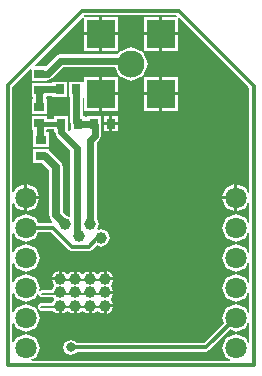
<source format=gbl>
%FSAX44Y44*%
%MOMM*%
G71*
G01*
G75*
G04 Layer_Physical_Order=2*
G04 Layer_Color=16711680*
%ADD10R,0.8000X0.9000*%
%ADD11R,0.9000X0.8000*%
%ADD12R,1.2000X2.0000*%
%ADD13O,0.4500X1.5000*%
%ADD14R,0.4500X1.5000*%
%ADD15R,1.8000X1.3000*%
%ADD16C,0.2000*%
%ADD17C,0.3000*%
%ADD18C,0.4000*%
%ADD19C,0.7000*%
%ADD20C,0.5000*%
%ADD21R,2.4130X3.6830*%
%ADD22C,2.3000*%
%ADD23R,2.4400X2.4400*%
%ADD24R,2.4400X2.4400*%
%ADD25C,1.0000*%
%ADD26C,1.8000*%
%ADD27C,0.8000*%
%ADD28C,0.6000*%
G36*
X00038871Y00295156D02*
X00038789Y00294957D01*
D01*
X00038753Y00294870D01*
X00026670D01*
Y00281940D01*
X00039600D01*
Y00294023D01*
X00039687Y00294059D01*
D01*
X00040773Y00294509D01*
X00100212Y00235071D01*
Y00234670D01*
Y00174130D01*
X00100212Y00174130D01*
X00100212Y00174130D01*
Y00146245D01*
X00098966Y00145997D01*
X00097159Y00150359D01*
X00090010Y00153320D01*
Y00141938D01*
Y00130560D01*
X00097159Y00133521D01*
X00098966Y00137883D01*
X00100212Y00137635D01*
Y00120845D01*
X00098966Y00120597D01*
X00097159Y00124959D01*
X00088740Y00128446D01*
X00080321Y00124959D01*
X00076834Y00116540D01*
X00080321Y00108121D01*
X00088740Y00104634D01*
X00097159Y00108121D01*
X00098966Y00112483D01*
X00100212Y00112235D01*
Y00095445D01*
X00098966Y00095197D01*
X00097159Y00099559D01*
X00088740Y00103046D01*
X00080321Y00099559D01*
X00076834Y00091140D01*
X00080321Y00082721D01*
X00088740Y00079234D01*
X00097159Y00082721D01*
X00098966Y00087083D01*
X00100212Y00086835D01*
Y00070045D01*
X00098966Y00069797D01*
X00097159Y00074159D01*
X00088740Y00077646D01*
X00080321Y00074159D01*
X00076834Y00065740D01*
X00080321Y00057321D01*
X00088740Y00053834D01*
X00097159Y00057321D01*
X00098966Y00061683D01*
X00100212Y00061435D01*
Y00044645D01*
X00098966Y00044397D01*
X00097159Y00048759D01*
X00088740Y00052246D01*
X00080321Y00048759D01*
X00076834Y00040340D01*
X00078752Y00035709D01*
X00062071Y00019028D01*
X-00045875D01*
X-00046208Y00019832D01*
X-00050800Y00021734D01*
X-00055392Y00019832D01*
X-00057294Y00015240D01*
X-00055392Y00010648D01*
X-00050800Y00008746D01*
X-00046208Y00010648D01*
X-00045875Y00011452D01*
X00063640D01*
X00063640Y00011452D01*
X00066319Y00012561D01*
X00084110Y00030352D01*
X00088740Y00028434D01*
X00097159Y00031921D01*
X00098966Y00036283D01*
X00100212Y00036035D01*
Y00019269D01*
X00098966Y00019021D01*
X00097159Y00023383D01*
X00088740Y00026870D01*
X00080321Y00023383D01*
X00076834Y00014964D01*
X00080321Y00006545D01*
X00083969Y00005034D01*
X00083721Y00003788D01*
X-00083983D01*
X-00084231Y00005034D01*
X-00080641Y00006521D01*
X-00077154Y00014940D01*
X-00080641Y00023359D01*
X-00089060Y00026846D01*
X-00097479Y00023359D01*
X-00098966Y00019769D01*
X-00100212Y00020016D01*
Y00035304D01*
X-00098966Y00035552D01*
X-00097462Y00031921D01*
X-00089043Y00028434D01*
X-00080624Y00031921D01*
X-00077137Y00040340D01*
X-00080624Y00048759D01*
X-00089043Y00052246D01*
X-00097462Y00048759D01*
X-00098966Y00045128D01*
X-00100212Y00045376D01*
Y00060664D01*
X-00098966Y00060911D01*
X-00097479Y00057321D01*
X-00089060Y00053834D01*
X-00080641Y00057321D01*
X-00079537Y00059985D01*
X-00078267D01*
X-00077596Y00058364D01*
X-00075300Y00057413D01*
X-00065668D01*
X-00065208Y00056302D01*
D01*
Y00056302D01*
Y00056302D01*
D01*
X-00065208Y00055588D01*
X-00065208D01*
X-00066496Y00052477D01*
X-00075770D01*
X-00078066Y00051526D01*
X-00079017Y00049230D01*
X-00078066Y00046934D01*
X-00075770Y00045983D01*
X-00065668D01*
X-00065208Y00044872D01*
X-00061120Y00043179D01*
Y00050233D01*
X-00058580D01*
Y00043179D01*
X-00054492Y00044872D01*
X-00054135Y00045735D01*
X-00052865D01*
X-00052508Y00044872D01*
X-00048420Y00043179D01*
Y00050233D01*
X-00045880D01*
Y00043179D01*
X-00041792Y00044872D01*
X-00041435Y00045735D01*
X-00040165D01*
X-00039808Y00044872D01*
X-00035720Y00043179D01*
Y00050233D01*
X-00033180D01*
Y00043179D01*
X-00029092Y00044872D01*
X-00028735Y00045735D01*
X-00027465D01*
X-00027108Y00044872D01*
X-00023020Y00043179D01*
Y00050233D01*
X-00021753D01*
Y00051500D01*
X-00014699D01*
X-00016392Y00055588D01*
X-00016395Y00055589D01*
Y00056392D01*
D01*
X-00014702Y00060480D01*
X-00021755D01*
Y00063020D01*
X-00014702D01*
X-00016395Y00067108D01*
D01*
X-00016395Y00067108D01*
Y00067108D01*
X-00014181Y00073077D01*
X-00014701Y00071820D01*
X-00021755D01*
Y00073088D01*
X-00023022D01*
Y00080141D01*
X-00027110Y00078447D01*
X-00027466Y00077588D01*
X-00028736D01*
X-00029092Y00078447D01*
X-00033180Y00080141D01*
Y00073088D01*
X-00035720D01*
Y00080141D01*
X-00039808Y00078447D01*
X-00040165Y00077585D01*
X-00041435D01*
X-00041792Y00078447D01*
X-00045880Y00080141D01*
Y00073088D01*
X-00048420D01*
Y00080141D01*
X-00052508Y00078447D01*
X-00052865Y00077585D01*
X-00054135D01*
X-00054492Y00078447D01*
X-00058580Y00080141D01*
Y00073088D01*
X-00059847D01*
Y00071820D01*
X-00066901D01*
X-00065208Y00067733D01*
D01*
Y00067733D01*
Y00067733D01*
D01*
X-00065208Y00067017D01*
X-00065208D01*
X-00066496Y00063907D01*
X-00075300D01*
X-00076921Y00063236D01*
X-00077819Y00064134D01*
X-00077154Y00065740D01*
X-00080641Y00074159D01*
X-00089060Y00077646D01*
X-00097479Y00074159D01*
X-00098966Y00070569D01*
X-00100212Y00070816D01*
Y00086064D01*
X-00098966Y00086312D01*
X-00097479Y00082721D01*
X-00089060Y00079234D01*
X-00080641Y00082721D01*
X-00077154Y00091140D01*
X-00080641Y00099559D01*
X-00089060Y00103046D01*
X-00097479Y00099559D01*
X-00098966Y00095969D01*
X-00100212Y00096216D01*
Y00111464D01*
X-00098966Y00111712D01*
X-00097479Y00108121D01*
X-00089060Y00104634D01*
X-00080641Y00108121D01*
X-00078723Y00112752D01*
X-00067309D01*
X-00052209Y00097651D01*
X-00052209Y00097651D01*
X-00049530Y00096542D01*
X-00035560D01*
X-00035560Y00096542D01*
X-00032881Y00097651D01*
X-00028765Y00101767D01*
X-00025400Y00100373D01*
X-00020043Y00102592D01*
X-00017823Y00107950D01*
X-00018343Y00109204D01*
Y00110030D01*
X-00019294Y00112326D01*
X-00019707Y00112497D01*
X-00020043Y00113308D01*
X-00025400Y00115527D01*
X-00027379Y00114707D01*
X-00028277Y00115605D01*
X-00026713Y00119380D01*
X-00028932Y00124738D01*
X-00029038Y00124781D01*
Y00188098D01*
X-00026653Y00190483D01*
X-00026653Y00190483D01*
X-00025861Y00192397D01*
X-00025068Y00194310D01*
X-00025068Y00194310D01*
Y00203820D01*
X-00025130Y00203970D01*
Y00210970D01*
X-00037130D01*
Y00209882D01*
X-00039070D01*
Y00210970D01*
X-00040928D01*
Y00225951D01*
X-00039755Y00226437D01*
X-00039600Y00226282D01*
Y00215670D01*
X-00026670D01*
Y00229867D01*
Y00244070D01*
X-00039600D01*
Y00240920D01*
X-00040340Y00240180D01*
X-00040498Y00240180D01*
X-00040498Y00240180D01*
Y00240180D01*
X-00052340D01*
Y00227180D01*
X-00051752D01*
Y00205740D01*
X-00051752Y00205740D01*
X-00051070Y00204094D01*
Y00198813D01*
X-00052243Y00198327D01*
X-00053070Y00199154D01*
Y00210970D01*
X-00065070D01*
Y00208800D01*
X-00070970D01*
Y00211090D01*
X-00083970D01*
Y00199090D01*
X-00082582D01*
Y00197150D01*
X-00082700D01*
Y00185150D01*
X-00069700D01*
Y00197150D01*
X-00071758D01*
Y00199090D01*
X-00070970D01*
Y00200140D01*
X-00065070D01*
Y00197970D01*
X-00064952D01*
X-00064482Y00197500D01*
D01*
X-00064482D01*
Y00197500D01*
D01*
X-00064482D01*
X-00062897Y00193673D01*
X-00051132Y00181908D01*
Y00126133D01*
X-00052188Y00125427D01*
X-00054442Y00126361D01*
X-00057547Y00129466D01*
Y00167640D01*
X-00057547Y00167640D01*
X-00059290Y00171849D01*
X-00067720Y00180280D01*
X-00069700Y00181099D01*
Y00183150D01*
X-00082700D01*
Y00171150D01*
X-00075429D01*
X-00069453Y00165174D01*
Y00127000D01*
X-00067709Y00122790D01*
X-00066421Y00121502D01*
X-00066907Y00120328D01*
X-00078723D01*
X-00080641Y00124959D01*
X-00089060Y00128446D01*
X-00097479Y00124959D01*
X-00098966Y00121369D01*
X-00100212Y00121616D01*
Y00136864D01*
X-00098966Y00137112D01*
X-00097479Y00133521D01*
X-00090330Y00130560D01*
Y00141938D01*
Y00153320D01*
X-00097479Y00150359D01*
X-00098966Y00146769D01*
X-00100212Y00147016D01*
Y00235431D01*
X-00085143Y00250499D01*
X-00083970Y00250013D01*
Y00241030D01*
X-00070970D01*
Y00241118D01*
X-00070470Y00241618D01*
D01*
Y00241618D01*
X-00070470D01*
D01*
Y00241618D01*
X-00066643Y00243203D01*
X-00057448Y00252398D01*
X-00013423D01*
X-00010332Y00244938D01*
X00000000Y00240658D01*
X00010332Y00244938D01*
X00014612Y00255270D01*
X00010332Y00265602D01*
X00000000Y00269882D01*
X-00010332Y00265602D01*
X-00011319Y00263222D01*
X-00059690D01*
X-00063517Y00261637D01*
X-00063517Y00261637D01*
X-00072124Y00253030D01*
X-00080953D01*
X-00081439Y00254203D01*
X-00054973Y00280670D01*
X-00040773Y00294869D01*
X-00040302Y00294674D01*
X-00040302D01*
X-00039600Y00294383D01*
Y00281940D01*
X-00026670D01*
Y00294870D01*
X-00039113D01*
X-00039404Y00295572D01*
Y00295572D01*
X-00039599Y00296043D01*
X-00039431Y00296212D01*
X00038166D01*
X00038871Y00295156D01*
D02*
G37*
%LPC*%
G36*
X-00011130Y00203200D02*
X-00015860D01*
Y00197970D01*
X-00011130D01*
Y00203200D01*
D02*
G37*
G36*
X-00018400D02*
X-00023130D01*
Y00197970D01*
X-00018400D01*
Y00203200D01*
D02*
G37*
G36*
X00087470Y00153320D02*
X00080321Y00150359D01*
X00077360Y00143210D01*
X00087470D01*
Y00153320D01*
D02*
G37*
G36*
X-00011200Y00228600D02*
X-00024130D01*
Y00215670D01*
X-00011200D01*
Y00228600D01*
D02*
G37*
G36*
X-00011130Y00210970D02*
X-00015860D01*
Y00205740D01*
X-00011130D01*
Y00210970D01*
D02*
G37*
G36*
X-00018400D02*
X-00023130D01*
Y00205740D01*
X-00018400D01*
Y00210970D01*
D02*
G37*
G36*
X-00020482Y00080141D02*
Y00074360D01*
X-00014702D01*
X-00016395Y00078447D01*
X-00020482Y00080141D01*
D02*
G37*
G36*
X-00061120D02*
X-00065208Y00078447D01*
X-00066901Y00074360D01*
X-00061120D01*
Y00080141D01*
D02*
G37*
G36*
X-00014699Y00048960D02*
X-00020480D01*
Y00043179D01*
X-00016392Y00044872D01*
X-00014699Y00048960D01*
D02*
G37*
G36*
X-00087790Y00153320D02*
Y00143210D01*
X-00077680D01*
X-00080641Y00150359D01*
X-00087790Y00153320D01*
D02*
G37*
G36*
X00087470Y00140670D02*
X00077360D01*
X00080321Y00133521D01*
X00087470Y00130560D01*
Y00140670D01*
D02*
G37*
G36*
X-00077680D02*
X-00087790D01*
Y00130560D01*
X-00080641Y00133521D01*
X-00077680Y00140670D01*
D02*
G37*
G36*
X00024130Y00279400D02*
X00011200D01*
Y00266470D01*
X00024130D01*
Y00279400D01*
D02*
G37*
G36*
X-00011200D02*
X-00024130D01*
Y00266470D01*
X-00011200D01*
Y00279400D01*
D02*
G37*
G36*
X-00026670D02*
X-00039600D01*
Y00266470D01*
X-00026670D01*
Y00279400D01*
D02*
G37*
G36*
X00024130Y00294870D02*
X00011200D01*
Y00281940D01*
X00024130D01*
Y00294870D01*
D02*
G37*
G36*
X-00011200D02*
X-00024130D01*
Y00281940D01*
X-00011200D01*
Y00294870D01*
D02*
G37*
G36*
X00039600Y00279400D02*
X00026670D01*
Y00266470D01*
X00039600D01*
Y00279400D01*
D02*
G37*
G36*
X-00054340Y00240180D02*
X-00066340D01*
Y00239092D01*
X-00076820D01*
X-00076970Y00239030D01*
X-00083970D01*
Y00227030D01*
X-00082882D01*
Y00225090D01*
X-00083970D01*
Y00213090D01*
X-00070970D01*
Y00225090D01*
X-00072058D01*
Y00227030D01*
X-00070970D01*
Y00228268D01*
X-00066340D01*
Y00227180D01*
X-00054340D01*
Y00240180D01*
D02*
G37*
G36*
X00039600Y00228600D02*
X00026670D01*
Y00215670D01*
X00039600D01*
Y00228600D01*
D02*
G37*
G36*
X00024130D02*
X00011200D01*
Y00215670D01*
X00024130D01*
Y00228600D01*
D02*
G37*
G36*
X00039600Y00244070D02*
X00026670D01*
Y00231140D01*
X00039600D01*
Y00244070D01*
D02*
G37*
G36*
X00024130D02*
X00011200D01*
Y00231140D01*
X00024130D01*
Y00244070D01*
D02*
G37*
G36*
X-00011200D02*
X-00024130D01*
Y00231140D01*
X-00011200D01*
Y00244070D01*
D02*
G37*
%LPD*%
D10*
X-00060340Y00233680D02*
D03*
X-00046340D02*
D03*
X-00017130Y00204470D02*
D03*
X-00031130D02*
D03*
X-00045070Y00204470D02*
D03*
X-00059070D02*
D03*
D11*
X-00077470Y00219090D02*
D03*
Y00205090D02*
D03*
Y00247030D02*
D03*
Y00233030D02*
D03*
X-00076200Y00191150D02*
D03*
Y00177150D02*
D03*
D16*
X-00059850Y00072090D02*
X-00021755D01*
X-00075770Y00049230D02*
X-00021750D01*
X-00075300Y00060660D02*
X-00021840D01*
X-00029210Y00106680D02*
X-00024940D01*
X-00025400Y00107950D02*
X-00021590D01*
Y00110030D01*
X-00024940Y00106680D02*
X-00021590Y00110030D01*
D17*
X-00035560Y00100330D02*
X-00029210Y00106680D01*
X-00049530Y00100330D02*
X-00035560D01*
X-00046990Y00015240D02*
X00063640D01*
X00088740Y00040340D01*
X-00089060Y00116540D02*
X-00065740D01*
X-00049530Y00100330D01*
X00104000Y00234670D02*
Y00236640D01*
X-00104000Y00000000D02*
X00104000D01*
Y00174130D02*
X00104140Y00173990D01*
X00104000Y00000000D02*
Y00234670D01*
X-00041000Y00300000D02*
X00040640D01*
X-00104000Y00237000D02*
X-00041000Y00300000D01*
X-00104000Y00000000D02*
Y00237000D01*
X00040640Y00300000D02*
X00104000Y00236640D01*
D18*
X-00076850Y00204470D02*
X-00059070D01*
X-00077470Y00205090D02*
X-00076850Y00204470D01*
X-00077470Y00233030D02*
X-00076820Y00233680D01*
X-00031130Y00204470D02*
X-00030480Y00203820D01*
X-00002540Y00257810D02*
X00000000Y00255270D01*
D19*
X-00063500Y00127000D02*
Y00167640D01*
X-00071930Y00176070D02*
X-00063500Y00167640D01*
Y00127000D02*
X-00055880Y00119380D01*
D20*
X-00076200Y00177150D02*
X-00076200Y00177150D01*
X-00074120Y00176070D02*
X-00071930D01*
D22*
X00000000Y00255270D02*
D03*
D23*
X-00025400Y00280670D02*
D03*
Y00229870D02*
D03*
D24*
X00025400Y00280670D02*
D03*
Y00229870D02*
D03*
D25*
X-00059850Y00073090D02*
D03*
X-00025400Y00107950D02*
D03*
X-00034450Y00050230D02*
D03*
X-00059850D02*
D03*
Y00061660D02*
D03*
X-00047150Y00050230D02*
D03*
Y00061660D02*
D03*
X-00034450D02*
D03*
Y00073090D02*
D03*
X-00021753Y00061750D02*
D03*
Y00073090D02*
D03*
X-00044160Y00109740D02*
D03*
X-00021750Y00050230D02*
D03*
X-00047150Y00073090D02*
D03*
X-00055880Y00119380D02*
D03*
X-00034290D02*
D03*
D26*
X00088740Y00116540D02*
D03*
Y00141940D02*
D03*
Y00065740D02*
D03*
Y00040340D02*
D03*
Y00014964D02*
D03*
X-00089060Y00091140D02*
D03*
Y00065740D02*
D03*
X-00089043Y00040340D02*
D03*
X-00089060Y00014940D02*
D03*
X00088740Y00091140D02*
D03*
X-00089060Y00141940D02*
D03*
Y00116540D02*
D03*
D27*
X-00050800Y00015240D02*
D03*
D28*
X-00046340Y00205740D02*
Y00233680D01*
Y00205740D02*
X-00045070Y00204470D01*
X-00031130D01*
X-00076820Y00233680D02*
X-00060340D01*
X-00077470Y00219090D02*
Y00233030D01*
X-00077170Y00191150D02*
Y00202390D01*
X-00059070Y00197500D02*
Y00204470D01*
X-00034450Y00190340D02*
X-00030480Y00194310D01*
Y00203820D01*
X-00077470Y00247030D02*
X-00070470D01*
X-00059690Y00257810D01*
X-00002540D01*
X-00034450Y00120810D02*
Y00190340D01*
X-00059070Y00197500D02*
X-00045720Y00184150D01*
Y00111300D02*
X-00044160Y00109740D01*
X-00045720Y00111300D02*
Y00184150D01*
M02*

</source>
